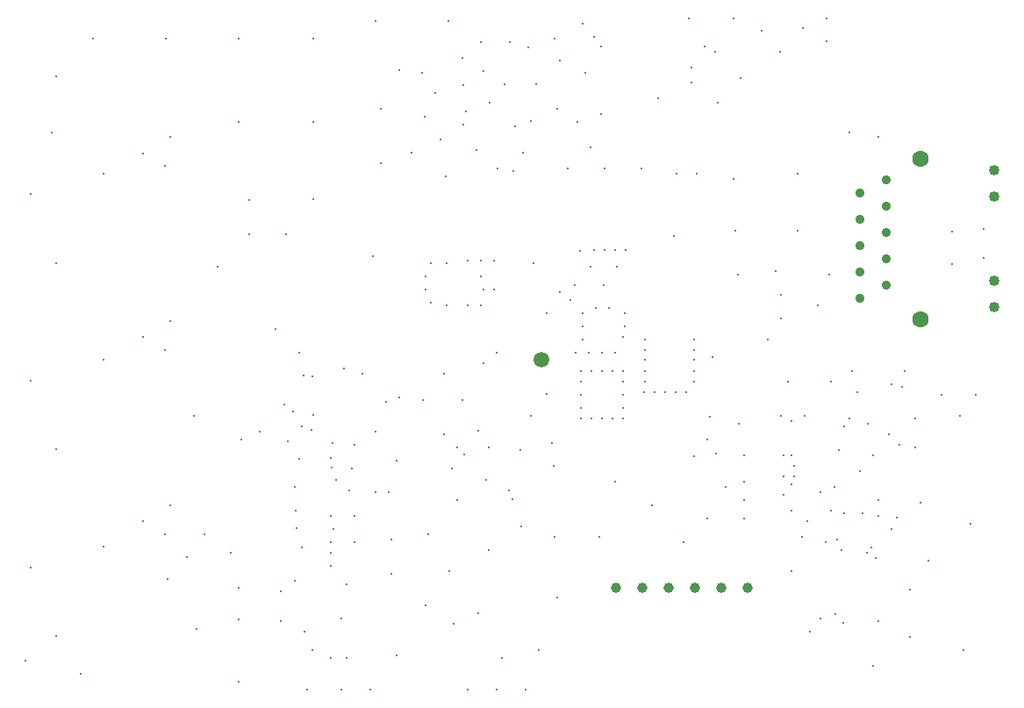
<source format=gbr>
%TF.GenerationSoftware,KiCad,Pcbnew,7.0.10*%
%TF.CreationDate,2025-02-13T15:15:17-06:00*%
%TF.ProjectId,IR2IP,49523249-502e-46b6-9963-61645f706362,rev?*%
%TF.SameCoordinates,PX55fe290PY8062360*%
%TF.FileFunction,Plated,1,4,PTH,Drill*%
%TF.FilePolarity,Positive*%
%FSLAX46Y46*%
G04 Gerber Fmt 4.6, Leading zero omitted, Abs format (unit mm)*
G04 Created by KiCad (PCBNEW 7.0.10) date 2025-02-13 15:15:17*
%MOMM*%
%LPD*%
G01*
G04 APERTURE LIST*
%TA.AperFunction,ViaDrill*%
%ADD10C,0.254000*%
%TD*%
%TA.AperFunction,ComponentDrill*%
%ADD11C,0.900000*%
%TD*%
%TA.AperFunction,ComponentDrill*%
%ADD12C,1.000000*%
%TD*%
%TA.AperFunction,ComponentDrill*%
%ADD13C,1.020000*%
%TD*%
%TA.AperFunction,ComponentDrill*%
%ADD14C,1.500000*%
%TD*%
%TA.AperFunction,ComponentDrill*%
%ADD15C,1.600000*%
%TD*%
G04 APERTURE END LIST*
D10*
X4318000Y5588000D03*
X4830000Y50620000D03*
X4830000Y32620000D03*
X4830000Y14620000D03*
X6830000Y56620000D03*
X7250000Y62000000D03*
X7250000Y44000000D03*
X7250000Y26000000D03*
X7250000Y8000000D03*
X9652000Y4318000D03*
X10830000Y65620000D03*
X11830000Y52620000D03*
X11830000Y34620000D03*
X11830000Y16620000D03*
X15680000Y54570000D03*
X15680000Y36820000D03*
X15680000Y19050000D03*
X17780000Y53340000D03*
X17780000Y35560000D03*
X17780000Y17780000D03*
X17830000Y65620000D03*
X18034000Y13462000D03*
X18288000Y56134000D03*
X18288000Y38354000D03*
X18288000Y20574000D03*
X19830000Y15620000D03*
X20574000Y29210000D03*
X20830000Y8620000D03*
X21590000Y17780000D03*
X22830000Y43620000D03*
X24130000Y16020000D03*
X24830000Y65620000D03*
X24830000Y57620000D03*
X24830000Y12620000D03*
X24830000Y9620000D03*
X24830000Y3620000D03*
X25146000Y26924000D03*
X25908000Y50038000D03*
X25908000Y46736000D03*
X26924000Y27686000D03*
X28448000Y37592000D03*
X28930000Y12270000D03*
X28930000Y9420000D03*
X29246400Y30319900D03*
X29464000Y46736000D03*
X29649500Y26775200D03*
X30113300Y29682800D03*
X30251800Y13298200D03*
X30280000Y22370000D03*
X30330000Y20070000D03*
X30480000Y18415000D03*
X30734000Y35306000D03*
X30750563Y25080646D03*
X30988000Y28194000D03*
X30988000Y16510000D03*
X31172500Y33147200D03*
X31212500Y8379000D03*
X31496000Y2794000D03*
X31885300Y27902400D03*
X32004000Y33020000D03*
X32004000Y6604000D03*
X32080000Y65620000D03*
X32080000Y57620000D03*
X32080000Y50120000D03*
X32088700Y29319400D03*
X33782000Y25146000D03*
X33782000Y19558000D03*
X33782000Y17018000D03*
X33782000Y16002000D03*
X33782000Y14732000D03*
X33782000Y5842000D03*
X33830000Y24220000D03*
X33900900Y26642200D03*
X34004300Y18345400D03*
X34230000Y23073236D03*
X34798000Y9652000D03*
X34798000Y2794000D03*
X35052000Y33782000D03*
X35306000Y12954000D03*
X35306000Y5842000D03*
X35530000Y22070000D03*
X35814000Y24130000D03*
X36068000Y26416000D03*
X36068000Y19558000D03*
X36068000Y17018000D03*
X36830000Y33274000D03*
X37592000Y2794000D03*
X37830000Y44620000D03*
X38080000Y67370000D03*
X38080000Y21870000D03*
X38100000Y27686000D03*
X38580000Y58870000D03*
X38580000Y53620000D03*
X39080000Y30620000D03*
X39370000Y21844000D03*
X39624000Y17272000D03*
X39624000Y13970000D03*
X40080000Y6120000D03*
X40132000Y24892000D03*
X40330000Y62620000D03*
X40386000Y30988000D03*
X41580000Y54620000D03*
X42580000Y62370000D03*
X42672000Y30734000D03*
X42830000Y58120000D03*
X42926000Y42672000D03*
X42926000Y41402000D03*
X42926000Y10922000D03*
X43180000Y17780000D03*
X43434000Y43942000D03*
X43434000Y40132000D03*
X43830000Y60370000D03*
X44330000Y55870000D03*
X44704000Y33274000D03*
X44704000Y27432000D03*
X44830000Y52370000D03*
X44958000Y43942000D03*
X44958000Y39878000D03*
X45080000Y67370000D03*
X45212000Y14224000D03*
X45466000Y24130000D03*
X45595000Y9183700D03*
X45962000Y26225600D03*
X45974000Y21082000D03*
X46482000Y63754000D03*
X46482000Y30734000D03*
X46580000Y61120000D03*
X46580000Y57370000D03*
X46606800Y25535300D03*
X46830000Y58620000D03*
X46990000Y44196000D03*
X46990000Y39878000D03*
X46990000Y2794000D03*
X47830000Y54870000D03*
X47965700Y27820300D03*
X48006000Y10160000D03*
X48260000Y65278000D03*
X48260000Y44196000D03*
X48260000Y42672000D03*
X48260000Y39878000D03*
X48514000Y62484000D03*
X48514000Y41402000D03*
X48514000Y34290000D03*
X48747500Y23053100D03*
X49022000Y26162000D03*
X49022000Y16256000D03*
X49080000Y59499500D03*
X49530000Y44196000D03*
X49530000Y41402000D03*
X49784000Y35306000D03*
X49784000Y2794000D03*
X49830000Y53120000D03*
X50292000Y5842000D03*
X50546000Y61214000D03*
X50936800Y22038600D03*
X51054000Y65278000D03*
X51252500Y21211200D03*
X51330000Y52870000D03*
X51562000Y57150000D03*
X52070000Y25908000D03*
X52130000Y18570000D03*
X52324000Y54610000D03*
X52578000Y2794000D03*
X52832000Y64770000D03*
X53086000Y57658000D03*
X53086000Y29210000D03*
X53340000Y43942000D03*
X53594000Y61214000D03*
X53848000Y6604000D03*
X54580000Y31370000D03*
X54610000Y39116000D03*
X55080000Y26620000D03*
X55270501Y24370000D03*
X55330000Y65620000D03*
X55372000Y17526000D03*
X55580000Y58870000D03*
X55626000Y11684000D03*
X55880000Y63500000D03*
X55880000Y41148000D03*
X56642000Y53086000D03*
X56896000Y40386000D03*
X57330000Y41870000D03*
X57404000Y35306000D03*
X57580000Y57620000D03*
X57830000Y45120000D03*
X57912000Y33528000D03*
X57912000Y32512000D03*
X57912000Y31242000D03*
X57912000Y29972000D03*
X57912000Y28956000D03*
X58080000Y67120000D03*
X58080000Y39116000D03*
X58080000Y37846000D03*
X58080000Y36576000D03*
X58330000Y62370000D03*
X58674000Y35306000D03*
X58830000Y55120000D03*
X58830000Y43620000D03*
X58928000Y33528000D03*
X58928000Y28956000D03*
X59182000Y65786000D03*
X59182000Y45212000D03*
X59330000Y39620000D03*
X59690000Y17526000D03*
X59830000Y64870000D03*
X59830000Y58370000D03*
X59944000Y35306000D03*
X59944000Y33528000D03*
X59944000Y28956000D03*
X60080000Y41870000D03*
X60198000Y53086000D03*
X60198000Y45212000D03*
X60580000Y39620000D03*
X60960000Y33528000D03*
X60960000Y28956000D03*
X61214000Y45212000D03*
X61214000Y35306000D03*
X61214000Y22860000D03*
X61330000Y43620000D03*
X61976000Y36830000D03*
X61976000Y33528000D03*
X61976000Y32512000D03*
X61976000Y31242000D03*
X61976000Y29972000D03*
X61976000Y28956000D03*
X62080000Y39116000D03*
X62080000Y37870000D03*
X62230000Y45212000D03*
X63754000Y53086000D03*
X64008000Y31496000D03*
X64080000Y36576000D03*
X64080000Y35620000D03*
X64080000Y34620000D03*
X64080000Y33528000D03*
X64080000Y32512000D03*
X64770000Y20574000D03*
X65024000Y31496000D03*
X65330000Y59870000D03*
X66040000Y31496000D03*
X66830000Y46620000D03*
X67056000Y31496000D03*
X67080000Y52620000D03*
X67818000Y17018000D03*
X68072000Y31496000D03*
X68330000Y67620000D03*
X68580000Y62870000D03*
X68580000Y61370000D03*
X68787500Y25374400D03*
X68830000Y36620000D03*
X68830000Y35620000D03*
X68830000Y34620000D03*
X68830000Y33528000D03*
X68830000Y32512000D03*
X69088000Y52620000D03*
X69830000Y64870000D03*
X70080000Y19304000D03*
X70104000Y26924000D03*
X70330000Y29120000D03*
X70580000Y34870000D03*
X70830000Y64370000D03*
X70964600Y25595100D03*
X71120000Y59436000D03*
X71830000Y22370000D03*
X72580000Y67620000D03*
X72580000Y52120000D03*
X72830000Y47120000D03*
X73080000Y42870000D03*
X73152000Y28448000D03*
X73330000Y61870000D03*
X73660000Y25400000D03*
X73660000Y22860000D03*
X73660000Y21082000D03*
X73660000Y19304000D03*
X75330000Y66370000D03*
X75946000Y36576000D03*
X76708000Y43180000D03*
X77080000Y64370000D03*
X77216000Y40894000D03*
X77216000Y38608000D03*
X77216000Y29210000D03*
X77470000Y25400000D03*
X77470000Y23368000D03*
X77470000Y21590000D03*
X77850000Y32512000D03*
X78232000Y28702000D03*
X78232000Y25400000D03*
X78232000Y22606000D03*
X78232000Y20066000D03*
X78232000Y14224000D03*
X78486000Y24384000D03*
X78486000Y23368000D03*
X78830000Y52620000D03*
X78830000Y47120000D03*
X79248000Y17526000D03*
X79330000Y66620000D03*
X79502000Y29210000D03*
X79756000Y19050000D03*
X80010000Y8382000D03*
X80772000Y39878000D03*
X81026000Y21844000D03*
X81026000Y9652000D03*
X81534000Y17018000D03*
X81580000Y67620000D03*
X81580000Y65370000D03*
X81830000Y42870000D03*
X82042000Y32512000D03*
X82042000Y20066000D03*
X82330000Y22370000D03*
X82474718Y10096510D03*
X82610317Y17332317D03*
X82804000Y25908000D03*
X83058000Y16319490D03*
X83223800Y9267600D03*
X83312000Y28194000D03*
X83312000Y19812000D03*
X83820000Y28956000D03*
X83830000Y56620000D03*
X84074000Y33528000D03*
X84582000Y31496000D03*
X84836000Y23876000D03*
X85090000Y19812000D03*
X85447400Y16065479D03*
X85598000Y28448000D03*
X85937046Y16573490D03*
X86106000Y25400000D03*
X86106000Y5080000D03*
X86360000Y15494000D03*
X86580000Y56120000D03*
X86580000Y19620000D03*
X86614000Y21082000D03*
X86614000Y9398000D03*
X87630000Y27432000D03*
X87884000Y32258000D03*
X87884000Y18288000D03*
X88330000Y19370000D03*
X88646000Y26416000D03*
X88900000Y32004000D03*
X89154000Y33528000D03*
X89662000Y12446000D03*
X89662000Y7874000D03*
X90170000Y28956000D03*
X90170000Y26162000D03*
X90678000Y20828000D03*
X91440000Y15240000D03*
X92710000Y31242000D03*
X93680000Y43870000D03*
X93726000Y46990000D03*
X94488000Y29210000D03*
X94830000Y6620000D03*
X95504000Y18796000D03*
X96012000Y31242000D03*
X96774000Y47244000D03*
X96774000Y44450000D03*
D11*
%TO.C,J1*%
X84830000Y50775000D03*
X84830000Y48235000D03*
X84830000Y45695000D03*
X84830000Y43155000D03*
X84830000Y40615000D03*
X87370000Y52045000D03*
X87370000Y49505000D03*
X87370000Y46965000D03*
X87370000Y44425000D03*
X87370000Y41885000D03*
D12*
%TO.C,J2*%
X61300000Y12600000D03*
X63840000Y12600000D03*
X66380000Y12600000D03*
X68920000Y12600000D03*
X71460000Y12600000D03*
X74000000Y12600000D03*
D13*
%TO.C,J1*%
X97800000Y52960000D03*
X97800000Y50420000D03*
X97800000Y42240000D03*
X97800000Y39700000D03*
D14*
%TO.C,TP1*%
X54080000Y34620000D03*
D15*
%TO.C,J1*%
X90670000Y54075000D03*
X90670000Y38585000D03*
M02*

</source>
